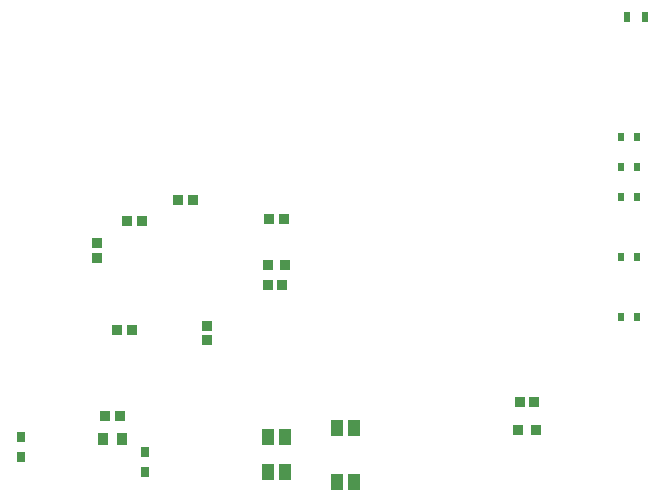
<source format=gbp>
G04*
G04 #@! TF.GenerationSoftware,Altium Limited,Altium Designer,24.2.2 (26)*
G04*
G04 Layer_Color=128*
%FSLAX25Y25*%
%MOIN*%
G70*
G04*
G04 #@! TF.SameCoordinates,57EBE310-F326-475D-97A3-4CF97A274748*
G04*
G04*
G04 #@! TF.FilePolarity,Positive*
G04*
G01*
G75*
%ADD24R,0.03150X0.03543*%
%ADD31R,0.02362X0.03150*%
%ADD73R,0.01968X0.03543*%
%ADD74R,0.03197X0.03367*%
%ADD75R,0.03367X0.03197*%
%ADD76R,0.03775X0.03591*%
%ADD77R,0.04152X0.05339*%
%ADD78R,0.03543X0.03937*%
D24*
X112915Y238377D02*
D03*
Y245070D02*
D03*
X154336Y233377D02*
D03*
Y240070D02*
D03*
D31*
X318258Y285000D02*
D03*
X313140D02*
D03*
X318258Y305000D02*
D03*
X313140D02*
D03*
X318258Y325000D02*
D03*
X313140D02*
D03*
X318258Y345000D02*
D03*
X313140D02*
D03*
X318258Y335000D02*
D03*
X313140D02*
D03*
D73*
X315047Y385000D02*
D03*
X320953D02*
D03*
D74*
X138447Y309584D02*
D03*
Y304659D02*
D03*
X175162Y277187D02*
D03*
Y282113D02*
D03*
D75*
X148486Y316933D02*
D03*
X153411D02*
D03*
X145098Y280484D02*
D03*
X150023D02*
D03*
X170463Y323800D02*
D03*
X165538D02*
D03*
X284179Y256489D02*
D03*
X279255D02*
D03*
X195719Y317677D02*
D03*
X200644D02*
D03*
X195272Y295635D02*
D03*
X200197D02*
D03*
X141209Y252016D02*
D03*
X146134D02*
D03*
D76*
X195320Y302323D02*
D03*
X201042D02*
D03*
X284578Y247420D02*
D03*
X278856D02*
D03*
D77*
X201076Y233202D02*
D03*
X195361D02*
D03*
X201076Y244798D02*
D03*
X195361D02*
D03*
X218361Y229945D02*
D03*
X224076D02*
D03*
X218361Y247858D02*
D03*
X224076D02*
D03*
D78*
X140522Y244223D02*
D03*
X146821D02*
D03*
M02*

</source>
